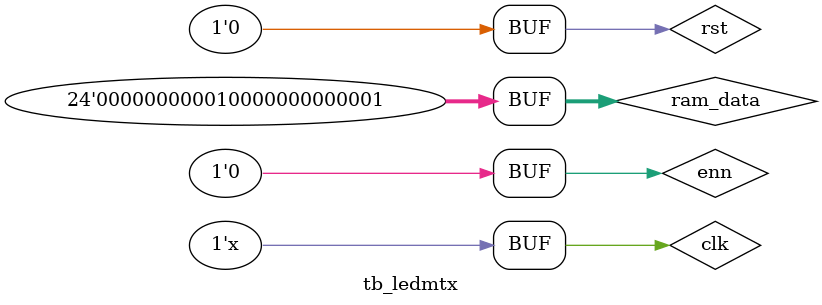
<source format=v>
/********************************************************************/
/*                                                                  */
/* Testbench a LED matrix vezerlohoz.                               */
/*                                                                  */
/********************************************************************/

`timescale 1ns / 1ps

module tb_ledmtx;

	/* bemenetek */
	reg rst, clk, enn;
	reg[23:0] ram_data;

	/* kimenetek */
	wire sclk, oe, lat, r1, g1, b1, r2, g2, b2, done;
	wire[2:0] rowaddr;
	wire[8:0] ram_addr;

	ledmtx uut(
		.rst(rst), 
		.clk(clk), 
		.enn(enn), 
		.rowaddr(rowaddr), 
		.sclk(sclk), 
		.oe(oe), 
		.lat(lat), 
		.r1(r1), 
		.g1(g1), 
		.b1(b1), 
		.r2(r2), 
		.g2(g2), 
		.b2(b2), 
		.ram_addr(ram_addr), 
		.ram_data(ram_data),
		.done(done)
	);

	initial begin
		rst=1;
		clk=0;
		enn=0;
		//            B2   G2   R2   B1   G1   R1    
		ram_data=24'b0000_0000_0010_0000_0000_0001;
		#100;
		rst=0;
	end
	
	always #5 clk<=~clk;
      
endmodule

</source>
